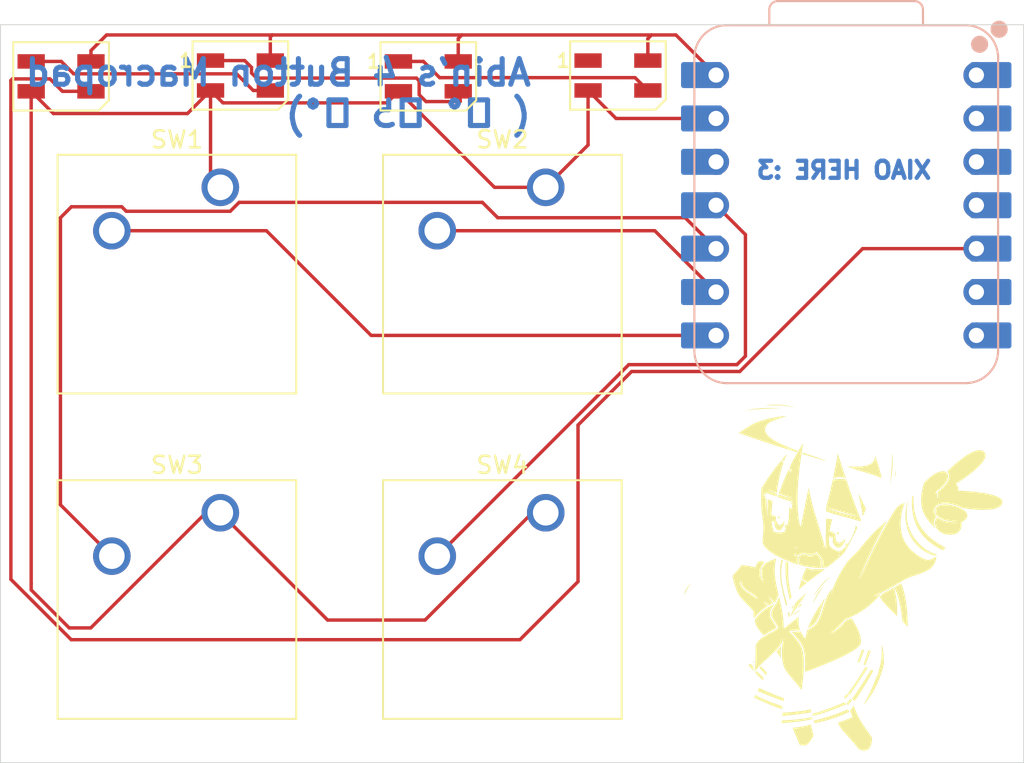
<source format=kicad_pcb>
(kicad_pcb (version 20241229) (generator "pcbnew") (generator_version "9.0")
  (layers (0 "F.Cu" signal) (2 "B.Cu" signal) (13 "F.Paste" user) (15 "B.Paste" user) (5 "F.SilkS" user "F.Silkscreen") (7 "B.SilkS" user "B.Silkscreen") (1 "F.Mask" user) (3 "B.Mask" user) (25 "Edge.Cuts" user))
  (net 0 "")
  (net 1 "Net-(D1-DIN)")
  (net 2 "Net-(D1-DOUT)")
  (net 3 "+5V")
  (net 4 "GND")
  (net 5 "Net-(D2-DOUT)")
  (net 6 "Net-(D3-DOUT)")
  (net 8 "Net-(U1-GPIO1{slash}RX)")
  (net 9 "Net-(U1-GPIO2{slash}SCK)")
  (net 10 "Net-(U1-GPIO4{slash}MISO)")
  (net 11 "Net-(U1-GPIO3{slash}MOSI)")
  (footprint "LED_SMD:LED_SK6812MINI_PLCC4_3.5x3.5mm_P1.75mm" (layer "F.Cu") (at 196.9375 64.575)
    (property "Reference" "D4" (hide yes))
    (property "Value" "SK6812MINI")
    (fp_text user "1" (at -3.2 -0.875 0) (layer "F.SilkS") (effects (font (size 0.8 0.8))))
    (pad "1" smd rect (at -1.75 -0.875) (size 1.6 0.85) (layers "F.Cu" "F.Mask" "F.Paste"))
    (pad "2" smd rect (at -1.75 0.875) (size 1.6 0.85) (layers "F.Cu" "F.Mask" "F.Paste") (net 4 "GND"))
    (pad "3" smd rect (at 1.75 0.875) (size 1.6 0.85) (layers "F.Cu" "F.Mask" "F.Paste") (net 6 "Net-(D3-DOUT)"))
    (pad "4" smd rect (at 1.75 -0.875) (size 1.6 0.85) (layers "F.Cu" "F.Mask" "F.Paste") (net 3 "+5V"))
  )
  (footprint "image:image 3" (layer "F.Cu") (at 209.5 95)
    (property "Reference" "G***" (hide yes))
    (property "Value" "LOGO" (hide yes))
  )
  (footprint "LED_SMD:LED_SK6812MINI_PLCC4_3.5x3.5mm_P1.75mm" (layer "F.Cu") (at 185.8375 64.625)
    (property "Reference" "D3" (hide yes))
    (property "Value" "SK6812MINI")
    (fp_text user "1" (at -3.2 -0.875 0) (layer "F.SilkS") (effects (font (size 0.8 0.8))))
    (pad "1" smd rect (at -1.75 -0.875) (size 1.6 0.85) (layers "F.Cu" "F.Mask" "F.Paste") (net 6 "Net-(D3-DOUT)"))
    (pad "2" smd rect (at -1.75 0.875) (size 1.6 0.85) (layers "F.Cu" "F.Mask" "F.Paste") (net 4 "GND"))
    (pad "3" smd rect (at 1.75 0.875) (size 1.6 0.85) (layers "F.Cu" "F.Mask" "F.Paste") (net 5 "Net-(D2-DOUT)"))
    (pad "4" smd rect (at 1.75 -0.875) (size 1.6 0.85) (layers "F.Cu" "F.Mask" "F.Paste") (net 3 "+5V"))
  )
  (footprint "LED_SMD:LED_SK6812MINI_PLCC4_3.5x3.5mm_P1.75mm" (layer "F.Cu") (at 164.3375 64.625)
    (property "Reference" "D1" (hide yes))
    (property "Value" "SK6812MINI" (hide yes))
    (pad "1" smd rect (at -1.75 -0.875) (size 1.6 0.85) (layers "F.Cu" "F.Mask" "F.Paste") (net 2 "Net-(D1-DOUT)"))
    (pad "2" smd rect (at -1.75 0.875) (size 1.6 0.85) (layers "F.Cu" "F.Mask" "F.Paste") (net 4 "GND"))
    (pad "3" smd rect (at 1.75 0.875) (size 1.6 0.85) (layers "F.Cu" "F.Mask" "F.Paste") (net 1 "Net-(D1-DIN)"))
    (pad "4" smd rect (at 1.75 -0.875) (size 1.6 0.85) (layers "F.Cu" "F.Mask" "F.Paste") (net 3 "+5V"))
  )
  (footprint "Button_Switch_Keyboard:SW_Cherry_MX_1.00u_PCB" (layer "F.Cu") (at 173.66 90.17)
    (property "Reference" "SW3" (at -2.54 -2.794 0) (layer "F.SilkS"))
    (property "Value" "SW_Push")
    (pad "" np_thru_hole circle (at -7.62 5.08) (size 1.7 1.7) (drill 1.7) (layers "*.Cu" "*.Mask"))
    (pad "" np_thru_hole circle (at -2.54 5.08) (size 4 4) (drill 4) (layers "*.Cu" "*.Mask"))
    (pad "" np_thru_hole circle (at 2.54 5.08) (size 1.7 1.7) (drill 1.7) (layers "*.Cu" "*.Mask"))
    (pad "1" thru_hole circle (at 0 0) (size 2.2 2.2) (drill 1.5) (layers "*.Cu" "*.Mask") (net 4 "GND"))
    (pad "2" thru_hole circle (at -6.35 2.54) (size 2.2 2.2) (drill 1.5) (layers "*.Cu" "*.Mask") (net 10 "Net-(U1-GPIO4{slash}MISO)"))
  )
  (footprint "Button_Switch_Keyboard:SW_Cherry_MX_1.00u_PCB" (layer "F.Cu") (at 192.71 90.17)
    (property "Reference" "SW4" (at -2.54 -2.794 0) (layer "F.SilkS"))
    (property "Value" "SW_Push")
    (pad "" np_thru_hole circle (at -7.62 5.08) (size 1.7 1.7) (drill 1.7) (layers "*.Cu" "*.Mask"))
    (pad "" np_thru_hole circle (at -2.54 5.08) (size 4 4) (drill 4) (layers "*.Cu" "*.Mask"))
    (pad "" np_thru_hole circle (at 2.54 5.08) (size 1.7 1.7) (drill 1.7) (layers "*.Cu" "*.Mask"))
    (pad "1" thru_hole circle (at 0 0) (size 2.2 2.2) (drill 1.5) (layers "*.Cu" "*.Mask") (net 4 "GND"))
    (pad "2" thru_hole circle (at -6.35 2.54) (size 2.2 2.2) (drill 1.5) (layers "*.Cu" "*.Mask") (net 11 "Net-(U1-GPIO3{slash}MOSI)"))
  )
  (footprint "Button_Switch_Keyboard:SW_Cherry_MX_1.00u_PCB" (layer "F.Cu") (at 173.66 71.12)
    (property "Reference" "SW1" (at -2.54 -2.794 0) (layer "F.SilkS"))
    (property "Value" "SW_Push")
    (pad "" np_thru_hole circle (at -7.62 5.08) (size 1.7 1.7) (drill 1.7) (layers "*.Cu" "*.Mask"))
    (pad "" np_thru_hole circle (at -2.54 5.08) (size 4 4) (drill 4) (layers "*.Cu" "*.Mask"))
    (pad "" np_thru_hole circle (at 2.54 5.08) (size 1.7 1.7) (drill 1.7) (layers "*.Cu" "*.Mask"))
    (pad "1" thru_hole circle (at 0 0) (size 2.2 2.2) (drill 1.5) (layers "*.Cu" "*.Mask") (net 4 "GND"))
    (pad "2" thru_hole circle (at -6.35 2.54) (size 2.2 2.2) (drill 1.5) (layers "*.Cu" "*.Mask") (net 8 "Net-(U1-GPIO1{slash}RX)"))
  )
  (footprint "Button_Switch_Keyboard:SW_Cherry_MX_1.00u_PCB" (layer "F.Cu") (at 192.71 71.12)
    (property "Reference" "SW2" (at -2.54 -2.794 0) (layer "F.SilkS"))
    (property "Value" "SW_Push")
    (pad "" np_thru_hole circle (at -7.62 5.08) (size 1.7 1.7) (drill 1.7) (layers "*.Cu" "*.Mask"))
    (pad "" np_thru_hole circle (at -2.54 5.08) (size 4 4) (drill 4) (layers "*.Cu" "*.Mask"))
    (pad "" np_thru_hole circle (at 2.54 5.08) (size 1.7 1.7) (drill 1.7) (layers "*.Cu" "*.Mask"))
    (pad "1" thru_hole circle (at 0 0) (size 2.2 2.2) (drill 1.5) (layers "*.Cu" "*.Mask") (net 4 "GND"))
    (pad "2" thru_hole circle (at -6.35 2.54) (size 2.2 2.2) (drill 1.5) (layers "*.Cu" "*.Mask") (net 9 "Net-(U1-GPIO2{slash}SCK)"))
  )
  (footprint "LED_SMD:LED_SK6812MINI_PLCC4_3.5x3.5mm_P1.75mm" (layer "F.Cu") (at 174.8375 64.575)
    (property "Reference" "D2" (hide yes))
    (property "Value" "SK6812MINI")
    (fp_text user "1" (at -3.2 -0.875 0) (layer "F.SilkS") (effects (font (size 0.8 0.8))))
    (pad "1" smd rect (at -1.75 -0.875) (size 1.6 0.85) (layers "F.Cu" "F.Mask" "F.Paste") (net 5 "Net-(D2-DOUT)"))
    (pad "2" smd rect (at -1.75 0.875) (size 1.6 0.85) (layers "F.Cu" "F.Mask" "F.Paste") (net 4 "GND"))
    (pad "3" smd rect (at 1.75 0.875) (size 1.6 0.85) (layers "F.Cu" "F.Mask" "F.Paste") (net 2 "Net-(D1-DOUT)"))
    (pad "4" smd rect (at 1.75 -0.875) (size 1.6 0.85) (layers "F.Cu" "F.Mask" "F.Paste") (net 3 "+5V"))
  )
  (footprint "Seeed Studio XIAO Series Library:XIAO-RP2040-DIP" (layer "B.Cu") (at 210.3 72.1685 180)
    (property "Reference" "U1" (hide yes))
    (property "Value" "XIAO-RP2040-DIP")
    (pad "1" smd roundrect (at -8.455 7.62) (size 2.432 1.524) (layers "B.Cu" "B.Mask") (roundrect_rratio 0.1))
    (pad "1" thru_hole circle (at -7.62 7.62) (size 1.524 1.524) (drill 0.889) (layers "*.Cu" "*.Mask"))
    (pad "2" smd roundrect (at -8.455 5.08) (size 2.432 1.524) (layers "B.Cu" "B.Mask") (roundrect_rratio 0.1))
    (pad "2" thru_hole circle (at -7.62 5.08) (size 1.524 1.524) (drill 0.889) (layers "*.Cu" "*.Mask"))
    (pad "3" smd roundrect (at -8.455 2.54) (size 2.432 1.524) (layers "B.Cu" "B.Mask") (roundrect_rratio 0.1))
    (pad "3" thru_hole circle (at -7.62 2.54) (size 1.524 1.524) (drill 0.889) (layers "*.Cu" "*.Mask"))
    (pad "4" smd roundrect (at -8.455 0) (size 2.432 1.524) (layers "B.Cu" "B.Mask") (roundrect_rratio 0.1))
    (pad "4" thru_hole circle (at -7.62 0) (size 1.524 1.524) (drill 0.889) (layers "*.Cu" "*.Mask"))
    (pad "5" smd roundrect (at -8.455 -2.54) (size 2.432 1.524) (layers "B.Cu" "B.Mask") (roundrect_rratio 0.1) (net 1 "Net-(D1-DIN)"))
    (pad "5" thru_hole circle (at -7.62 -2.54) (size 1.524 1.524) (drill 0.889) (layers "*.Cu" "*.Mask") (net 1 "Net-(D1-DIN)"))
    (pad "6" smd roundrect (at -8.455 -5.08) (size 2.432 1.524) (layers "B.Cu" "B.Mask") (roundrect_rratio 0.1))
    (pad "6" thru_hole circle (at -7.62 -5.08) (size 1.524 1.524) (drill 0.889) (layers "*.Cu" "*.Mask"))
    (pad "7" smd roundrect (at -8.455 -7.62) (size 2.432 1.524) (layers "B.Cu" "B.Mask") (roundrect_rratio 0.1))
    (pad "7" thru_hole circle (at -7.62 -7.62) (size 1.524 1.524) (drill 0.889) (layers "*.Cu" "*.Mask"))
    (pad "8" thru_hole circle (at 7.62 -7.62 180) (size 1.524 1.524) (drill 0.889) (layers "*.Cu" "*.Mask") (net 8 "Net-(U1-GPIO1{slash}RX)"))
    (pad "8" smd roundrect (at 8.455 -7.62 180) (size 2.432 1.524) (layers "B.Cu" "B.Mask") (roundrect_rratio 0.1) (net 8 "Net-(U1-GPIO1{slash}RX)"))
    (pad "9" thru_hole circle (at 7.62 -5.08 180) (size 1.524 1.524) (drill 0.889) (layers "*.Cu" "*.Mask") (net 9 "Net-(U1-GPIO2{slash}SCK)"))
    (pad "9" smd roundrect (at 8.455 -5.08 180) (size 2.432 1.524) (layers "B.Cu" "B.Mask") (roundrect_rratio 0.1) (net 9 "Net-(U1-GPIO2{slash}SCK)"))
    (pad "10" thru_hole circle (at 7.62 -2.54 180) (size 1.524 1.524) (drill 0.889) (layers "*.Cu" "*.Mask") (net 10 "Net-(U1-GPIO4{slash}MISO)"))
    (pad "10" smd roundrect (at 8.455 -2.54 180) (size 2.432 1.524) (layers "B.Cu" "B.Mask") (roundrect_rratio 0.1) (net 10 "Net-(U1-GPIO4{slash}MISO)"))
    (pad "11" thru_hole circle (at 7.62 0 180) (size 1.524 1.524) (drill 0.889) (layers "*.Cu" "*.Mask") (net 11 "Net-(U1-GPIO3{slash}MOSI)"))
    (pad "11" smd roundrect (at 8.455 0 180) (size 2.432 1.524) (layers "B.Cu" "B.Mask") (roundrect_rratio 0.1) (net 11 "Net-(U1-GPIO3{slash}MOSI)"))
    (pad "12" thru_hole circle (at 7.62 2.54 180) (size 1.524 1.524) (drill 0.889) (layers "*.Cu" "*.Mask"))
    (pad "12" smd roundrect (at 8.455 2.54 180) (size 2.432 1.524) (layers "B.Cu" "B.Mask") (roundrect_rratio 0.1))
    (pad "13" thru_hole circle (at 7.62 5.08 180) (size 1.524 1.524) (drill 0.889) (layers "*.Cu" "*.Mask") (net 4 "GND"))
    (pad "13" smd roundrect (at 8.455 5.08 180) (size 2.432 1.524) (layers "B.Cu" "B.Mask") (roundrect_rratio 0.1) (net 4 "GND"))
    (pad "14" thru_hole circle (at 7.62 7.62 180) (size 1.524 1.524) (drill 0.889) (layers "*.Cu" "*.Mask") (net 3 "+5V"))
    (pad "14" smd roundrect (at 8.455 7.62 180) (size 2.432 1.524) (layers "B.Cu" "B.Mask") (roundrect_rratio 0.1) (net 3 "+5V"))
  )
  (gr_rect (start 160.7875 61.6) (end 220.6875 104.8) (stroke (width 0.05)) (fill no) (layer "Edge.Cuts"))
  (gr_text "Abin's 4 Button Macropad\n( ͡° ͜ʖ ͡°)" (at 192 67.7 -0) (layer "B.Cu") (effects (font (size 1.5 1.5) (thickness 0.3) (bold yes)) (justify left bottom mirror)))
  (gr_text "XIAO HERE :3" (at 215.4 70.7 -0) (layer "B.Cu") (effects (font (size 1 1) (thickness 0.25) (bold yes)) (justify left bottom mirror)))
  (segment (start 204.0661 81.901) (end 211.2586 74.7085) (width 0.2) (layer "F.Cu") (net 1))
  (segment (start 211.2586 74.7085) (end 217.92 74.7085) (width 0.2) (layer "F.Cu") (net 1))
  (segment (start 191.20053 97.601) (end 194.6 94.20153) (width 0.2) (layer "F.Cu") (net 1))
  (segment (start 194.6 85.0371) (end 197.7361 81.901) (width 0.2) (layer "F.Cu") (net 1))
  (segment (start 194.6 94.20153) (end 194.6 85.0371) (width 0.2) (layer "F.Cu") (net 1))
  (segment (start 161.4 64.8605) (end 161.4 94.0671) (width 0.2) (layer "F.Cu") (net 1))
  (segment (start 164.9339 97.601) (end 191.20053 97.601) (width 0.2) (layer "F.Cu") (net 1))
  (segment (start 164.4145 65.5) (end 163.6885 64.774) (width 0.2) (layer "F.Cu") (net 1))
  (segment (start 161.4 94.0671) (end 164.9339 97.601) (width 0.2) (layer "F.Cu") (net 1))
  (segment (start 197.7361 81.901) (end 204.0661 81.901) (width 0.2) (layer "F.Cu") (net 1))
  (segment (start 166.0875 65.5) (end 164.4145 65.5) (width 0.2) (layer "F.Cu") (net 1))
  (segment (start 163.6885 64.774) (end 161.4865 64.774) (width 0.2) (layer "F.Cu") (net 1))
  (segment (start 161.4865 64.774) (end 161.4 64.8605) (width 0.2) (layer "F.Cu") (net 1))
  (segment (start 176.5875 65.45) (end 175.5875 65.45) (width 0.2) (layer "F.Cu") (net 2))
  (segment (start 174.6135 64.476) (end 165.076 64.476) (width 0.2) (layer "F.Cu") (net 2))
  (segment (start 165.076 64.476) (end 164.35 63.75) (width 0.2) (layer "F.Cu") (net 2))
  (segment (start 175.5875 65.45) (end 174.6135 64.476) (width 0.2) (layer "F.Cu") (net 2))
  (segment (start 164.35 63.75) (end 162.5875 63.75) (width 0.2) (layer "F.Cu") (net 2))
  (segment (start 187.8 62.201) (end 187.5875 62.4135) (width 0.2) (layer "F.Cu") (net 3))
  (segment (start 176.7 62.201) (end 176.5875 62.3135) (width 0.2) (layer "F.Cu") (net 3))
  (segment (start 187.8 62.201) (end 198.9 62.201) (width 0.2) (layer "F.Cu") (net 3))
  (segment (start 167 62.201) (end 176.7 62.201) (width 0.2) (layer "F.Cu") (net 3))
  (segment (start 198.9 62.201) (end 200.3325 62.201) (width 0.2) (layer "F.Cu") (net 3))
  (segment (start 176.7 62.201) (end 187.8 62.201) (width 0.2) (layer "F.Cu") (net 3))
  (segment (start 176.5875 62.3135) (end 176.5875 63.7) (width 0.2) (layer "F.Cu") (net 3))
  (segment (start 166.0875 63.75) (end 166.0875 63.1135) (width 0.2) (layer "F.Cu") (net 3))
  (segment (start 200.3325 62.201) (end 202.68 64.5485) (width 0.2) (layer "F.Cu") (net 3))
  (segment (start 166.0875 63.1135) (end 167 62.201) (width 0.2) (layer "F.Cu") (net 3))
  (segment (start 198.6875 62.4135) (end 198.6875 63.7) (width 0.2) (layer "F.Cu") (net 3))
  (segment (start 198.9 62.201) (end 198.6875 62.4135) (width 0.2) (layer "F.Cu") (net 3))
  (segment (start 187.5875 62.4135) (end 187.5875 63.75) (width 0.2) (layer "F.Cu") (net 3))
  (segment (start 163.8875 66.8) (end 171.7375 66.8) (width 0.2) (layer "F.Cu") (net 4))
  (segment (start 173.66 90.17) (end 172.81847 90.17) (width 0.2) (layer "F.Cu") (net 4))
  (segment (start 184.0875 65.5) (end 189.7075 71.12) (width 0.2) (layer "F.Cu") (net 4))
  (segment (start 166.07697 96.9115) (end 164.8115 96.9115) (width 0.2) (layer "F.Cu") (net 4))
  (segment (start 192.71 90.17) (end 191.925184 90.17) (width 0.2) (layer "F.Cu") (net 4))
  (segment (start 196.826 67.0885) (end 202.68 67.0885) (width 0.2) (layer "F.Cu") (net 4))
  (segment (start 173.0875 70.5475) (end 173.66 71.12) (width 0.2) (layer "F.Cu") (net 4))
  (segment (start 173.0875 65.45) (end 173.8135 66.176) (width 0.2) (layer "F.Cu") (net 4))
  (segment (start 162.5875 94.3125) (end 162.5875 65.5) (width 0.2) (layer "F.Cu") (net 4))
  (segment (start 189.7075 71.12) (end 192.71 71.12) (width 0.2) (layer "F.Cu") (net 4))
  (segment (start 195.1875 65.45) (end 196.826 67.0885) (width 0.2) (layer "F.Cu") (net 4))
  (segment (start 183.4115 66.176) (end 184.0875 65.5) (width 0.2) (layer "F.Cu") (net 4))
  (segment (start 171.7375 66.8) (end 173.0875 65.45) (width 0.2) (layer "F.Cu") (net 4))
  (segment (start 162.5875 65.5) (end 163.8875 66.8) (width 0.2) (layer "F.Cu") (net 4))
  (segment (start 185.644184 96.451) (end 179.941 96.451) (width 0.2) (layer "F.Cu") (net 4))
  (segment (start 179.941 96.451) (end 173.66 90.17) (width 0.2) (layer "F.Cu") (net 4))
  (segment (start 195.1875 65.45) (end 195.1875 68.6425) (width 0.2) (layer "F.Cu") (net 4))
  (segment (start 173.8135 66.176) (end 183.4115 66.176) (width 0.2) (layer "F.Cu") (net 4))
  (segment (start 172.81847 90.17) (end 166.07697 96.9115) (width 0.2) (layer "F.Cu") (net 4))
  (segment (start 164.8115 96.9115) (end 162.5875 94.6875) (width 0.2) (layer "F.Cu") (net 4))
  (segment (start 195.1875 68.6425) (end 192.71 71.12) (width 0.2) (layer "F.Cu") (net 4))
  (segment (start 162.5875 94.6875) (end 162.5875 94.3125) (width 0.2) (layer "F.Cu") (net 4))
  (segment (start 173.0875 65.45) (end 173.0875 70.5475) (width 0.2) (layer "F.Cu") (net 4))
  (segment (start 191.925184 90.17) (end 185.644184 96.451) (width 0.2) (layer "F.Cu") (net 4))
  (segment (start 187.7 65.6125) (end 187.5875 65.5) (width 0.2) (layer "F.Cu") (net 5))
  (segment (start 185.3 64.8855) (end 185.3 65.7) (width 0.2) (layer "F.Cu") (net 5))
  (segment (start 175.0865 63.7) (end 175.4865 64.1) (width 0.2) (layer "F.Cu") (net 5))
  (segment (start 175.7845 64.724) (end 185.1385 64.724) (width 0.2) (layer "F.Cu") (net 5))
  (segment (start 185.7 66.1) (end 187.7 66.1) (width 0.2) (layer "F.Cu") (net 5))
  (segment (start 187.7 66.1) (end 187.7 65.6125) (width 0.2) (layer "F.Cu") (net 5))
  (segment (start 185.1385 64.724) (end 185.3 64.8855) (width 0.2) (layer "F.Cu") (net 5))
  (segment (start 173.0875 63.7) (end 175.0865 63.7) (width 0.2) (layer "F.Cu") (net 5))
  (segment (start 185.3 65.7) (end 185.7 66.1) (width 0.2) (layer "F.Cu") (net 5))
  (segment (start 175.4865 64.1) (end 175.4865 64.426) (width 0.2) (layer "F.Cu") (net 5))
  (segment (start 175.4865 64.426) (end 175.7845 64.724) (width 0.2) (layer "F.Cu") (net 5))
  (segment (start 186.5 64.7) (end 197.9375 64.7) (width 0.2) (layer "F.Cu") (net 6))
  (segment (start 185.55 63.75) (end 186.5 64.7) (width 0.2) (layer "F.Cu") (net 6))
  (segment (start 197.9375 64.7) (end 198.6875 65.45) (width 0.2) (layer "F.Cu") (net 6))
  (segment (start 184.0875 63.75) (end 185.55 63.75) (width 0.2) (layer "F.Cu") (net 6))
  (segment (start 176.36 73.66) (end 182.4885 79.7885) (width 0.2) (layer "F.Cu") (net 8))
  (segment (start 167.31 73.66) (end 176.36 73.66) (width 0.2) (layer "F.Cu") (net 8))
  (segment (start 182.4885 79.7885) (end 202.68 79.7885) (width 0.2) (layer "F.Cu") (net 8))
  (segment (start 199.0915 73.66) (end 202.68 77.2485) (width 0.2) (layer "F.Cu") (net 9))
  (segment (start 186.36 73.66) (end 199.0915 73.66) (width 0.2) (layer "F.Cu") (net 9))
  (segment (start 174.761314 72) (end 174.240314 72.521) (width 0.2) (layer "F.Cu") (net 10))
  (segment (start 164.3 72.9) (end 164.3 89.7) (width 0.2) (layer "F.Cu") (net 10))
  (segment (start 202.68 74.7085) (end 200.8715 72.9) (width 0.2) (layer "F.Cu") (net 10))
  (segment (start 189.9 72.9) (end 189 72) (width 0.2) (layer "F.Cu") (net 10))
  (segment (start 200.8715 72.9) (end 189.9 72.9) (width 0.2) (layer "F.Cu") (net 10))
  (segment (start 167.890314 72.259) (end 164.941 72.259) (width 0.2) (layer "F.Cu") (net 10))
  (segment (start 174.240314 72.521) (end 168.152314 72.521) (width 0.2) (layer "F.Cu") (net 10))
  (segment (start 189 72) (end 174.761314 72) (width 0.2) (layer "F.Cu") (net 10))
  (segment (start 168.152314 72.521) (end 167.890314 72.259) (width 0.2) (layer "F.Cu") (net 10))
  (segment (start 164.941 72.259) (end 164.3 72.9) (width 0.2) (layer "F.Cu") (net 10))
  (segment (start 164.3 89.7) (end 167.31 92.71) (width 0.2) (layer "F.Cu") (net 10))
  (segment (start 197.57 81.5) (end 203.9 81.5) (width 0.2) (layer "F.Cu") (net 11))
  (segment (start 186.36 92.71) (end 197.57 81.5) (width 0.2) (layer "F.Cu") (net 11))
  (segment (start 204.4 73.8885) (end 202.68 72.1685) (width 0.2) (layer "F.Cu") (net 11))
  (segment (start 204.4 81) (end 204.4 73.8885) (width 0.2) (layer "F.Cu") (net 11))
  (segment (start 203.9 81.5) (end 204.4 81) (width 0.2) (layer "F.Cu") (net 11))
)
</source>
